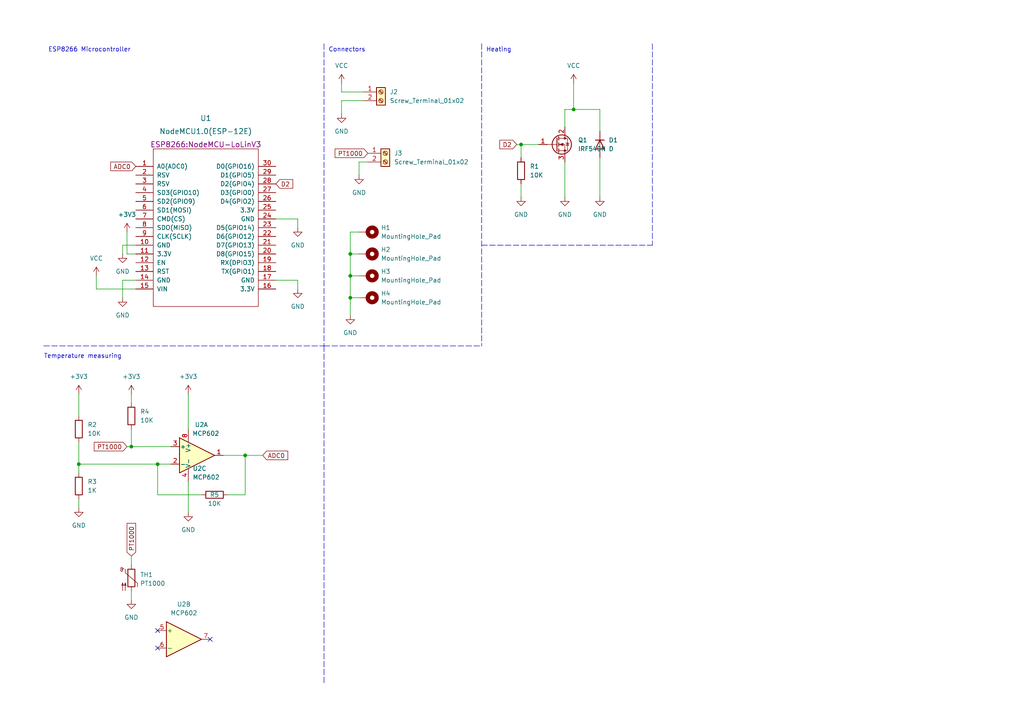
<source format=kicad_sch>
(kicad_sch (version 20211123) (generator eeschema)
  (paper "A4")
  (lib_symbols
    (symbol "Amplifier_Operational:MCP602" (pin_names (offset 0.127))
      (property "Reference" "U" (at 0 5.08 0))
      (property "Value" "MCP602" (at 0 -5.08 0))
      (symbol "MCP602_1_1"
        (polyline (pts (xy -5.08 5.08) (xy 5.08 0) (xy -5.08 -5.08) (xy -5.08 5.08)) (stroke (width 0.254)) (fill (type background)))
        (pin output line (at 7.62 0 180) (length 2.54) (name "~") (number "1"))
        (pin input line (at -7.62 -2.54 0) (length 2.54) (name "-") (number "2"))
        (pin input line (at -7.62 2.54 0) (length 2.54) (name "+") (number "3"))
      )
      (symbol "MCP602_2_1"
        (polyline (pts (xy -5.08 5.08) (xy 5.08 0) (xy -5.08 -5.08) (xy -5.08 5.08)) (stroke (width 0.254)) (fill (type background)))
        (pin input line (at -7.62 2.54 0) (length 2.54) (name "+") (number "5"))
        (pin input line (at -7.62 -2.54 0) (length 2.54) (name "-") (number "6"))
        (pin output line (at 7.62 0 180) (length 2.54) (name "~") (number "7"))
      )
      (symbol "MCP602_3_1"
        (pin power_in line (at -2.54 -7.62 90) (length 3.81) (name "V-") (number "4"))
        (pin power_in line (at -2.54 7.62 270) (length 3.81) (name "V+") (number "8"))
      )
    )
    (symbol "Connector:Screw_Terminal_01x02" (pin_names (offset 1.016) hide)
      (property "Reference" "J" (at 0 2.54 0))
      (property "Value" "Screw_Terminal_01x02" (at 0 -5.08 0))
      (symbol "Screw_Terminal_01x02_1_1"
        (rectangle (start -1.27 1.27) (end 1.27 -3.81) (stroke (width 0.254)) (fill (type background)))
        (circle (center 0 -2.54) (radius 0.635) (stroke (width 0.1524)))
        (polyline (pts (xy -0.5334 -2.2098) (xy 0.3302 -3.048)) (stroke (width 0.1524)))
        (polyline (pts (xy -0.5334 0.3302) (xy 0.3302 -0.508)) (stroke (width 0.1524)))
        (polyline (pts (xy -0.3556 -2.032) (xy 0.508 -2.8702)) (stroke (width 0.1524)))
        (polyline (pts (xy -0.3556 0.508) (xy 0.508 -0.3302)) (stroke (width 0.1524)))
        (circle (center 0 0) (radius 0.635) (stroke (width 0.1524)))
        (pin passive line (at -5.08 0 0) (length 3.81) (name "Pin_1") (number "1"))
        (pin passive line (at -5.08 -2.54 0) (length 3.81) (name "Pin_2") (number "2"))
      )
    )
    (symbol "Device:D" (pin_numbers hide) (pin_names (offset 1.016) hide)
      (property "Reference" "D" (at 0 2.54 0))
      (property "Value" "D" (at 0 -2.54 0))
      (symbol "D_0_1"
        (polyline (pts (xy -1.27 1.27) (xy -1.27 -1.27)) (stroke (width 0.254)))
        (polyline (pts (xy 1.27 0) (xy -1.27 0)))
        (polyline (pts (xy 1.27 1.27) (xy 1.27 -1.27) (xy -1.27 0) (xy 1.27 1.27)) (stroke (width 0.254)))
      )
      (symbol "D_1_1"
        (pin passive line (at -3.81 0 0) (length 2.54) (name "K") (number "1"))
        (pin passive line (at 3.81 0 180) (length 2.54) (name "A") (number "2"))
      )
    )
    (symbol "Device:R" (pin_numbers hide) (pin_names (offset 0))
      (property "Reference" "R" (at 2.032 0 90))
      (property "Value" "R" (at 0 0 90))
      (symbol "R_0_1"
        (rectangle (start -1.016 -2.54) (end 1.016 2.54) (stroke (width 0.254)))
      )
      (symbol "R_1_1"
        (pin passive line (at 0 3.81 270) (length 1.27) (name "~") (number "1"))
        (pin passive line (at 0 -3.81 90) (length 1.27) (name "~") (number "2"))
      )
    )
    (symbol "ESP8266:NodeMCU1.0(ESP-12E)" (pin_names (offset 1.016))
      (property "Reference" "U" (at 0 21.59 0))
      (property "Value" "NodeMCU1.0(ESP-12E)" (at 0 -21.59 0))
      (symbol "NodeMCU1.0(ESP-12E)_0_1"
        (rectangle (start -15.24 -22.86) (end 15.24 22.86))
      )
      (symbol "NodeMCU1.0(ESP-12E)_1_1"
        (pin input line (at -20.32 17.78 0) (length 5.08) (name "A0(ADC0)") (number "1"))
        (pin input line (at -20.32 -5.08 0) (length 5.08) (name "GND") (number "10"))
        (pin input line (at -20.32 -7.62 0) (length 5.08) (name "3.3V") (number "11"))
        (pin input line (at -20.32 -10.16 0) (length 5.08) (name "EN") (number "12"))
        (pin input line (at -20.32 -12.7 0) (length 5.08) (name "RST") (number "13"))
        (pin input line (at -20.32 -15.24 0) (length 5.08) (name "GND") (number "14"))
        (pin input line (at -20.32 -17.78 0) (length 5.08) (name "VIN") (number "15"))
        (pin input line (at 20.32 -17.78 180) (length 5.08) (name "3.3V") (number "16"))
        (pin input line (at 20.32 -15.24 180) (length 5.08) (name "GND") (number "17"))
        (pin input line (at 20.32 -12.7 180) (length 5.08) (name "TX(GPIO1)") (number "18"))
        (pin input line (at 20.32 -10.16 180) (length 5.08) (name "RX(DPIO3)") (number "19"))
        (pin input line (at -20.32 15.24 0) (length 5.08) (name "RSV") (number "2"))
        (pin input line (at 20.32 -7.62 180) (length 5.08) (name "D8(GPIO15)") (number "20"))
        (pin input line (at 20.32 -5.08 180) (length 5.08) (name "D7(GPIO13)") (number "21"))
        (pin input line (at 20.32 -2.54 180) (length 5.08) (name "D6(GPIO12)") (number "22"))
        (pin input line (at 20.32 0 180) (length 5.08) (name "D5(GPIO14)") (number "23"))
        (pin input line (at 20.32 2.54 180) (length 5.08) (name "GND") (number "24"))
        (pin input line (at 20.32 5.08 180) (length 5.08) (name "3.3V") (number "25"))
        (pin input line (at 20.32 7.62 180) (length 5.08) (name "D4(GPIO2)") (number "26"))
        (pin input line (at 20.32 10.16 180) (length 5.08) (name "D3(GPIO0)") (number "27"))
        (pin input line (at 20.32 12.7 180) (length 5.08) (name "D2(GPIO4)") (number "28"))
        (pin input line (at 20.32 15.24 180) (length 5.08) (name "D1(GPIO5)") (number "29"))
        (pin input line (at -20.32 12.7 0) (length 5.08) (name "RSV") (number "3"))
        (pin input line (at 20.32 17.78 180) (length 5.08) (name "D0(GPIO16)") (number "30"))
        (pin input line (at -20.32 10.16 0) (length 5.08) (name "SD3(GPIO10)") (number "4"))
        (pin input line (at -20.32 7.62 0) (length 5.08) (name "SD2(GPIO9)") (number "5"))
        (pin input line (at -20.32 5.08 0) (length 5.08) (name "SD1(MOSI)") (number "6"))
        (pin input line (at -20.32 2.54 0) (length 5.08) (name "CMD(CS)") (number "7"))
        (pin input line (at -20.32 0 0) (length 5.08) (name "SDO(MISO)") (number "8"))
        (pin input line (at -20.32 -2.54 0) (length 5.08) (name "CLK(SCLK)") (number "9"))
      )
    )
    (symbol "Mechanical:MountingHole_Pad" (pin_numbers hide) (pin_names (offset 1.016) hide)
      (property "Reference" "H" (at 0 6.35 0))
      (property "Value" "MountingHole_Pad" (at 0 4.445 0))
      (symbol "MountingHole_Pad_0_1"
        (circle (center 0 1.27) (radius 1.27) (stroke (width 1.27)))
      )
      (symbol "MountingHole_Pad_1_1"
        (pin input line (at 0 -2.54 90) (length 2.54) (name "1") (number "1"))
      )
    )
    (symbol "Sensor_Temperature:PT1000" (pin_numbers hide) (pin_names (offset 0))
      (property "Reference" "TH" (at -4.445 0 90))
      (property "Value" "PT1000" (at 3.175 0 90))
      (symbol "PT1000_0_1"
        (arc (start -3.048 2.159) (mid -3.0495 2.3143) (end -3.175 2.413))
        (arc (start -3.048 2.159) (mid -2.9736 1.9794) (end -2.794 1.905))
        (arc (start -3.048 2.794) (mid -2.9736 2.6144) (end -2.794 2.54))
        (arc (start -2.794 1.905) (mid -2.6144 1.9794) (end -2.54 2.159))
        (arc (start -2.794 2.54) (mid -2.4393 2.5587) (end -2.159 2.794))
        (arc (start -2.794 3.048) (mid -2.9736 2.9736) (end -3.048 2.794))
        (arc (start -2.54 2.794) (mid -2.6144 2.9736) (end -2.794 3.048))
        (rectangle (start -1.016 2.54) (end 1.016 -2.54) (stroke (width 0.254)))
        (polyline (pts (xy -2.54 2.159) (xy -2.54 2.794)))
        (polyline (pts (xy -1.778 2.54) (xy -1.778 1.524) (xy 1.778 -1.524) (xy 1.778 -2.54)))
        (polyline (pts (xy -2.54 -3.683) (xy -2.54 -1.397) (xy -2.794 -2.159) (xy -2.286 -2.159) (xy -2.54 -1.397) (xy -2.54 -1.651)) (fill (type outline)))
        (polyline (pts (xy -1.778 -3.683) (xy -1.778 -1.397) (xy -2.032 -2.159) (xy -1.524 -2.159) (xy -1.778 -1.397) (xy -1.778 -1.651)) (fill (type outline)))
      )
      (symbol "PT1000_1_1"
        (pin passive line (at 0 3.81 270) (length 1.27) (name "~") (number "1"))
        (pin passive line (at 0 -3.81 90) (length 1.27) (name "~") (number "2"))
      )
    )
    (symbol "Transistor_FET:IRF540N" (pin_names hide)
      (property "Reference" "Q" (at 6.35 1.905 0))
      (property "Value" "IRF540N" (at 6.35 0 0))
      (symbol "IRF540N_0_1"
        (polyline (pts (xy 0.254 0) (xy -2.54 0)))
        (polyline (pts (xy 0.254 1.905) (xy 0.254 -1.905)) (stroke (width 0.254)))
        (polyline (pts (xy 0.762 -1.27) (xy 0.762 -2.286)) (stroke (width 0.254)))
        (polyline (pts (xy 0.762 0.508) (xy 0.762 -0.508)) (stroke (width 0.254)))
        (polyline (pts (xy 0.762 2.286) (xy 0.762 1.27)) (stroke (width 0.254)))
        (polyline (pts (xy 2.54 2.54) (xy 2.54 1.778)))
        (polyline (pts (xy 2.54 -2.54) (xy 2.54 0) (xy 0.762 0)))
        (polyline (pts (xy 0.762 -1.778) (xy 3.302 -1.778) (xy 3.302 1.778) (xy 0.762 1.778)))
        (polyline (pts (xy 1.016 0) (xy 2.032 0.381) (xy 2.032 -0.381) (xy 1.016 0)) (fill (type outline)))
        (polyline (pts (xy 2.794 0.508) (xy 2.921 0.381) (xy 3.683 0.381) (xy 3.81 0.254)))
        (polyline (pts (xy 3.302 0.381) (xy 2.921 -0.254) (xy 3.683 -0.254) (xy 3.302 0.381)))
        (circle (center 1.651 0) (radius 2.794) (stroke (width 0.254)))
        (circle (center 2.54 -1.778) (radius 0.254) (fill (type outline)))
        (circle (center 2.54 1.778) (radius 0.254) (fill (type outline)))
      )
      (symbol "IRF540N_1_1"
        (pin input line (at -5.08 0 0) (length 2.54) (name "G") (number "1"))
        (pin passive line (at 2.54 5.08 270) (length 2.54) (name "D") (number "2"))
        (pin passive line (at 2.54 -5.08 90) (length 2.54) (name "S") (number "3"))
      )
    )
    (symbol "power:+3V3" (power) (pin_names (offset 0))
      (property "Value" "+3V3" (at 0 3.556 0))
      (symbol "+3V3_0_1"
        (polyline (pts (xy -0.762 1.27) (xy 0 2.54)))
        (polyline (pts (xy 0 0) (xy 0 2.54)))
        (polyline (pts (xy 0 2.54) (xy 0.762 1.27)))
      )
      (symbol "+3V3_1_1"
        (pin power_in line (at 0 0 90) (length 0) hide (name "+3V3") (number "1"))
      )
    )
    (symbol "power:GND" (power) (pin_names (offset 0))
      (property "Value" "GND" (at 0 -3.81 0))
      (symbol "GND_0_1"
        (polyline (pts (xy 0 0) (xy 0 -1.27) (xy 1.27 -1.27) (xy 0 -2.54) (xy -1.27 -1.27) (xy 0 -1.27)))
      )
      (symbol "GND_1_1"
        (pin power_in line (at 0 0 270) (length 0) hide (name "GND") (number "1"))
      )
    )
    (symbol "power:VCC" (power) (pin_names (offset 0))
      (property "Value" "VCC" (at 0 3.81 0))
      (symbol "VCC_0_1"
        (polyline (pts (xy -0.762 1.27) (xy 0 2.54)))
        (polyline (pts (xy 0 0) (xy 0 2.54)))
        (polyline (pts (xy 0 2.54) (xy 0.762 1.27)))
      )
      (symbol "VCC_1_1"
        (pin power_in line (at 0 0 90) (length 0) hide (name "VCC") (number "1"))
      )
    )
  )
  (junction (at 38.1 129.54))
  (junction (at 22.86 134.62))
  (junction (at 101.6 80.01))
  (junction (at 166.37 31.75))
  (junction (at 45.72 134.62))
  (junction (at 151.13 41.91))
  (junction (at 101.6 86.36))
  (junction (at 101.6 73.66))
  (junction (at 71.12 132.08))
  (no_connect (at 45.72 182.88))
  (no_connect (at 45.72 187.96))
  (no_connect (at 60.96 185.42))
  (wire (pts (xy 151.13 53.34) (xy 151.13 57.15)))
  (wire (pts (xy 149.86 41.91) (xy 151.13 41.91)))
  (wire (pts (xy 38.1 124.46) (xy 38.1 129.54)))
  (wire (pts (xy 166.37 31.75) (xy 173.99 31.75)))
  (wire (pts (xy 22.86 134.62) (xy 45.72 134.62)))
  (wire (pts (xy 101.6 86.36) (xy 101.6 80.01)))
  (wire (pts (xy 99.06 29.21) (xy 99.06 33.02)))
  (wire (pts (xy 27.94 80.01) (xy 27.94 83.82)))
  (wire (pts (xy 101.6 86.36) (xy 104.14 86.36)))
  (wire (pts (xy 45.72 134.62) (xy 49.53 134.62)))
  (wire (pts (xy 101.6 73.66) (xy 104.14 73.66)))
  (wire (pts (xy 104.14 46.99) (xy 106.68 46.99)))
  (wire (pts (xy 38.1 161.29) (xy 38.1 163.83)))
  (wire (pts (xy 151.13 41.91) (xy 156.21 41.91)))
  (wire (pts (xy 101.6 67.31) (xy 104.14 67.31)))
  (wire (pts (xy 38.1 171.45) (xy 38.1 173.99)))
  (wire (pts (xy 166.37 24.13) (xy 166.37 31.75)))
  (polyline (pts (xy 12.7 100.33) (xy 93.98 100.33)))
  (wire (pts (xy 163.83 31.75) (xy 166.37 31.75)))
  (wire (pts (xy 86.36 66.04) (xy 86.36 63.5)))
  (wire (pts (xy 35.56 71.12) (xy 39.37 71.12)))
  (wire (pts (xy 151.13 41.91) (xy 151.13 45.72)))
  (wire (pts (xy 101.6 80.01) (xy 101.6 73.66)))
  (wire (pts (xy 22.86 134.62) (xy 22.86 137.16)))
  (polyline (pts (xy 139.7 12.7) (xy 139.7 100.33)))
  (polyline (pts (xy 93.98 100.33) (xy 93.98 198.12)))
  (wire (pts (xy 71.12 132.08) (xy 71.12 143.51)))
  (wire (pts (xy 35.56 86.36) (xy 35.56 81.28)))
  (wire (pts (xy 173.99 45.72) (xy 173.99 57.15)))
  (wire (pts (xy 71.12 132.08) (xy 76.2 132.08)))
  (wire (pts (xy 38.1 114.3) (xy 38.1 116.84)))
  (wire (pts (xy 99.06 24.13) (xy 99.06 26.67)))
  (wire (pts (xy 104.14 50.8) (xy 104.14 46.99)))
  (polyline (pts (xy 93.98 100.33) (xy 139.7 100.33)))
  (wire (pts (xy 105.41 29.21) (xy 99.06 29.21)))
  (polyline (pts (xy 189.23 12.7) (xy 189.23 71.12)))
  (wire (pts (xy 99.06 26.67) (xy 105.41 26.67)))
  (wire (pts (xy 36.83 129.54) (xy 38.1 129.54)))
  (wire (pts (xy 101.6 73.66) (xy 101.6 67.31)))
  (wire (pts (xy 36.83 73.66) (xy 39.37 73.66)))
  (wire (pts (xy 58.42 143.51) (xy 45.72 143.51)))
  (wire (pts (xy 173.99 31.75) (xy 173.99 38.1)))
  (wire (pts (xy 45.72 143.51) (xy 45.72 134.62)))
  (wire (pts (xy 35.56 73.66) (xy 35.56 71.12)))
  (wire (pts (xy 38.1 129.54) (xy 49.53 129.54)))
  (polyline (pts (xy 93.98 12.7) (xy 93.98 100.33)))
  (wire (pts (xy 22.86 144.78) (xy 22.86 147.32)))
  (wire (pts (xy 36.83 67.31) (xy 36.83 73.66)))
  (wire (pts (xy 22.86 114.3) (xy 22.86 120.65)))
  (wire (pts (xy 163.83 36.83) (xy 163.83 31.75)))
  (wire (pts (xy 54.61 114.3) (xy 54.61 124.46)))
  (wire (pts (xy 86.36 63.5) (xy 80.01 63.5)))
  (wire (pts (xy 27.94 83.82) (xy 39.37 83.82)))
  (wire (pts (xy 54.61 139.7) (xy 54.61 148.59)))
  (wire (pts (xy 64.77 132.08) (xy 71.12 132.08)))
  (wire (pts (xy 22.86 128.27) (xy 22.86 134.62)))
  (wire (pts (xy 35.56 81.28) (xy 39.37 81.28)))
  (wire (pts (xy 101.6 80.01) (xy 104.14 80.01)))
  (polyline (pts (xy 139.7 71.12) (xy 189.23 71.12)))
  (wire (pts (xy 163.83 46.99) (xy 163.83 57.15)))
  (wire (pts (xy 101.6 91.44) (xy 101.6 86.36)))
  (wire (pts (xy 71.12 143.51) (xy 66.04 143.51)))
  (wire (pts (xy 86.36 83.82) (xy 86.36 81.28)))
  (wire (pts (xy 86.36 81.28) (xy 80.01 81.28)))
  (text "Connectors" (at 95.25 15.24 0) (effects (font (size 1.27 1.27)) (justify left bottom)))
  (text "Heating" (at 140.97 15.24 0) (effects (font (size 1.27 1.27)) (justify left bottom)))
  (text "Temperature measuring" (at 12.7 104.14 0) (effects (font (size 1.27 1.27)) (justify left bottom)))
  (text "ESP8266 Microcontroller" (at 13.97 15.24 0) (effects (font (size 1.27 1.27)) (justify left bottom)))
  (global_label "ADC0" (shape input) (at 76.2 132.08 0) (property "Intersheet References" "${INTERSHEET_REFS}" (effects hide)))
  (global_label "D2" (shape input) (at 149.86 41.91 180) (property "Intersheet References" "${INTERSHEET_REFS}" (effects hide)))
  (global_label "ADC0" (shape input) (at 39.37 48.26 180) (property "Intersheet References" "${INTERSHEET_REFS}" (effects hide)))
  (global_label "PT1000" (shape input) (at 106.68 44.45 180) (property "Intersheet References" "${INTERSHEET_REFS}" (effects hide)))
  (global_label "PT1000" (shape input) (at 36.83 129.54 180) (property "Intersheet References" "${INTERSHEET_REFS}" (effects hide)))
  (global_label "D2" (shape input) (at 80.01 53.34 0) (property "Intersheet References" "${INTERSHEET_REFS}" (effects hide)))
  (global_label "PT1000" (shape input) (at 38.1 161.29 90) (property "Intersheet References" "${INTERSHEET_REFS}" (effects hide)))
  (symbol (lib_id "power:VCC") (at 99.06 24.13 0) (unit 1)
    (property "Reference" "#PWR0105" (effects hide))
    (property "Value" "VCC" (at 99.06 19.05 0))
  )
  (symbol (lib_id "Device:R") (at 22.86 140.97 0) (unit 1)
    (property "Reference" "R3" (at 25.4 139.6999 0) (effects (justify left)))
    (property "Value" "1K" (at 25.4 142.2399 0) (effects (justify left)))
    (property "Footprint" "Resistor_THT:R_Axial_DIN0207_L6.3mm_D2.5mm_P7.62mm_Horizontal" (effects hide))
  )
  (symbol (lib_id "Connector:Screw_Terminal_01x02") (at 111.76 44.45 0) (unit 1)
    (property "Reference" "J3" (at 114.3 44.4499 0) (effects (justify left)))
    (property "Value" "Screw_Terminal_01x02" (at 114.3 46.9899 0) (effects (justify left)))
    (property "Footprint" "TerminalBlock_Phoenix:TerminalBlock_Phoenix_MKDS-1,5-2-5.08_1x02_P5.08mm_Horizontal" (effects hide))
  )
  (symbol (lib_id "Device:R") (at 22.86 124.46 0) (unit 1)
    (property "Reference" "R2" (at 25.4 123.1899 0) (effects (justify left)))
    (property "Value" "10K" (at 25.4 125.7299 0) (effects (justify left)))
    (property "Footprint" "Resistor_THT:R_Axial_DIN0207_L6.3mm_D2.5mm_P7.62mm_Horizontal" (effects hide))
  )
  (symbol (lib_id "power:+3V3") (at 38.1 114.3 0) (unit 1)
    (property "Reference" "#PWR0114" (effects hide))
    (property "Value" "+3V3" (at 38.1 109.22 0))
  )
  (symbol (lib_id "power:GND") (at 35.56 86.36 0) (unit 1)
    (property "Reference" "#PWR0106" (effects hide))
    (property "Value" "GND" (at 35.56 91.44 0))
  )
  (symbol (lib_id "power:+3V3") (at 36.83 67.31 0) (unit 1)
    (property "Reference" "#PWR0111" (effects hide))
    (property "Value" "+3V3" (at 36.83 62.23 0))
  )
  (symbol (lib_id "power:GND") (at 54.61 148.59 0) (unit 1)
    (property "Reference" "#PWR0116" (effects hide))
    (property "Value" "GND" (at 54.61 153.67 0))
  )
  (symbol (lib_id "Sensor_Temperature:PT1000") (at 38.1 167.64 0) (unit 1)
    (property "Reference" "TH1" (at 40.64 166.6874 0) (effects (justify left)))
    (property "Value" "PT1000" (at 40.64 169.2274 0) (effects (justify left)))
    (property "Footprint" "Package_TO_SOT_THT:TO-92-2_Horizontal1" (effects hide))
    (property "Datasheet" "https://www.heraeus.com/media/media/group/doc_group/products_1/hst/sot_to/de_15/to_92_d.pdf" (effects hide))
  )
  (symbol (lib_id "Mechanical:MountingHole_Pad") (at 106.68 80.01 270) (unit 1)
    (property "Reference" "H3" (at 110.49 78.7399 90) (effects (justify left)))
    (property "Value" "MountingHole_Pad" (at 110.49 81.2799 90) (effects (justify left)))
    (property "Footprint" "MountingHole:MountingHole_3.2mm_M3_Pad_Via" (effects hide))
  )
  (symbol (lib_id "Mechanical:MountingHole_Pad") (at 106.68 67.31 270) (unit 1)
    (property "Reference" "H1" (at 110.49 66.0399 90) (effects (justify left)))
    (property "Value" "MountingHole_Pad" (at 110.49 68.5799 90) (effects (justify left)))
    (property "Footprint" "MountingHole:MountingHole_3.2mm_M3_Pad_Via" (effects hide))
  )
  (symbol (lib_id "power:GND") (at 22.86 147.32 0) (unit 1)
    (property "Reference" "#PWR0112" (effects hide))
    (property "Value" "GND" (at 22.86 152.4 0))
  )
  (symbol (lib_id "Device:R") (at 62.23 143.51 90) (unit 1)
    (property "Reference" "R5" (at 62.23 143.51 90))
    (property "Value" "10K" (at 62.23 146.05 90))
    (property "Footprint" "Resistor_THT:R_Axial_DIN0207_L6.3mm_D2.5mm_P7.62mm_Horizontal" (effects hide))
  )
  (symbol (lib_id "Device:R") (at 38.1 120.65 0) (unit 1)
    (property "Reference" "R4" (at 40.64 119.3799 0) (effects (justify left)))
    (property "Value" "10K" (at 40.64 121.9199 0) (effects (justify left)))
    (property "Footprint" "Resistor_THT:R_Axial_DIN0207_L6.3mm_D2.5mm_P7.62mm_Horizontal" (effects hide))
  )
  (symbol (lib_id "Connector:Screw_Terminal_01x02") (at 110.49 26.67 0) (unit 1)
    (property "Reference" "J2" (at 113.03 26.6699 0) (effects (justify left)))
    (property "Value" "Screw_Terminal_01x02" (at 113.03 29.2099 0) (effects (justify left)))
    (property "Footprint" "TerminalBlock_Phoenix:TerminalBlock_Phoenix_MKDS-1,5-2-5.08_1x02_P5.08mm_Horizontal" (effects hide))
  )
  (symbol (lib_id "power:GND") (at 35.56 73.66 0) (unit 1)
    (property "Reference" "#PWR0107" (effects hide))
    (property "Value" "GND" (at 35.56 78.74 0))
  )
  (symbol (lib_id "power:VCC") (at 166.37 24.13 0) (unit 1)
    (property "Reference" "#PWR0104" (effects hide))
    (property "Value" "VCC" (at 166.37 19.05 0))
  )
  (symbol (lib_id "power:GND") (at 86.36 83.82 0) (unit 1)
    (property "Reference" "#PWR0108" (effects hide))
    (property "Value" "GND" (at 86.36 88.9 0))
  )
  (symbol (lib_id "ESP8266:NodeMCU1.0(ESP-12E)") (at 59.69 66.04 0) (unit 1)
    (property "Reference" "U1" (at 59.69 34.29 0) (effects (font (size 1.524 1.524))))
    (property "Value" "NodeMCU1.0(ESP-12E)" (at 59.69 38.1 0) (effects (font (size 1.524 1.524))))
    (property "Footprint" "ESP8266:NodeMCU-LoLinV3" (at 59.69 41.91 0) (effects (font (size 1.524 1.524))))
  )
  (symbol (lib_id "power:+3V3") (at 54.61 114.3 0) (unit 1)
    (property "Reference" "#PWR0115" (effects hide))
    (property "Value" "+3V3" (at 54.61 109.22 0))
  )
  (symbol (lib_id "power:GND") (at 173.99 57.15 0) (unit 1)
    (property "Reference" "#PWR0103" (effects hide))
    (property "Value" "GND" (at 173.99 62.23 0))
  )
  (symbol (lib_id "Mechanical:MountingHole_Pad") (at 106.68 86.36 270) (unit 1)
    (property "Reference" "H4" (at 110.49 85.0899 90) (effects (justify left)))
    (property "Value" "MountingHole_Pad" (at 110.49 87.6299 90) (effects (justify left)))
    (property "Footprint" "MountingHole:MountingHole_3.2mm_M3_Pad_Via" (effects hide))
  )
  (symbol (lib_id "power:GND") (at 101.6 91.44 0) (unit 1)
    (property "Reference" "#PWR0119" (effects hide))
    (property "Value" "GND" (at 101.6 96.52 0))
  )
  (symbol (lib_id "power:VCC") (at 27.94 80.01 0) (unit 1)
    (property "Reference" "#PWR0118" (effects hide))
    (property "Value" "VCC" (at 27.94 74.93 0))
  )
  (symbol (lib_id "Device:D") (at 173.99 41.91 270) (unit 1)
    (property "Reference" "D1" (at 176.53 40.6399 90) (effects (justify left)))
    (property "Value" "D" (at 176.53 43.1799 90) (effects (justify left)))
    (property "Footprint" "Diode_THT:D_DO-35_SOD27_P7.62mm_Horizontal" (effects hide))
  )
  (symbol (lib_id "power:+3V3") (at 22.86 114.3 0) (unit 1)
    (property "Reference" "#PWR0110" (effects hide))
    (property "Value" "+3V3" (at 22.86 109.22 0))
  )
  (symbol (lib_id "power:GND") (at 38.1 173.99 0) (unit 1)
    (property "Reference" "#PWR0113" (effects hide))
    (property "Value" "GND" (at 38.1 179.07 0))
  )
  (symbol (lib_id "Transistor_FET:IRF540N") (at 161.29 41.91 0) (unit 1)
    (property "Reference" "Q1" (at 167.64 40.6399 0) (effects (justify left)))
    (property "Value" "IRF540N" (at 167.64 43.1799 0) (effects (justify left)))
    (property "Footprint" "Package_TO_SOT_THT:TO-220-3_Vertical" (effects hide))
    (property "Datasheet" "http://www.irf.com/product-info/datasheets/data/irf540n.pdf" (effects hide))
  )
  (symbol (lib_id "Device:R") (at 151.13 49.53 0) (unit 1)
    (property "Reference" "R1" (at 153.67 48.2599 0) (effects (justify left)))
    (property "Value" "10K" (at 153.67 50.7999 0) (effects (justify left)))
    (property "Footprint" "Resistor_THT:R_Axial_DIN0207_L6.3mm_D2.5mm_P7.62mm_Horizontal" (effects hide))
  )
  (symbol (lib_id "Amplifier_Operational:MCP602") (at 57.15 132.08 0) (unit 1)
    (property "Reference" "U2" (at 58.42 123.19 0))
    (property "Value" "MCP602" (at 59.69 125.73 0))
    (property "Footprint" "Package_DIP:DIP-8_W7.62mm_LongPads" (effects hide))
    (property "Datasheet" "http://ww1.microchip.com/downloads/en/DeviceDoc/21314g.pdf" (effects hide))
  )
  (symbol (lib_id "Amplifier_Operational:MCP602") (at 57.15 132.08 0) (unit 3)
    (property "Reference" "U2" (at 55.88 135.89 0) (effects (justify left)))
    (property "Value" "MCP602" (at 55.88 138.43 0) (effects (justify left)))
    (property "Footprint" "Package_DIP:DIP-8_W7.62mm_LongPads" (effects hide))
    (property "Datasheet" "http://ww1.microchip.com/downloads/en/DeviceDoc/21314g.pdf" (effects hide))
  )
  (symbol (lib_id "power:GND") (at 86.36 66.04 0) (unit 1)
    (property "Reference" "#PWR0109" (effects hide))
    (property "Value" "GND" (at 86.36 71.12 0))
  )
  (symbol (lib_id "Mechanical:MountingHole_Pad") (at 106.68 73.66 270) (unit 1)
    (property "Reference" "H2" (at 110.49 72.3899 90) (effects (justify left)))
    (property "Value" "MountingHole_Pad" (at 110.49 74.9299 90) (effects (justify left)))
    (property "Footprint" "MountingHole:MountingHole_3.2mm_M3_Pad_Via" (effects hide))
  )
  (symbol (lib_id "power:GND") (at 99.06 33.02 0) (unit 1)
    (property "Reference" "#PWR0117" (effects hide))
    (property "Value" "GND" (at 99.06 38.1 0))
  )
  (symbol (lib_id "Amplifier_Operational:MCP602") (at 53.34 185.42 0) (unit 2)
    (property "Reference" "U2" (at 53.34 175.26 0))
    (property "Value" "MCP602" (at 53.34 177.8 0))
    (property "Footprint" "Package_DIP:DIP-8_W7.62mm_LongPads" (effects hide))
    (property "Datasheet" "http://ww1.microchip.com/downloads/en/DeviceDoc/21314g.pdf" (effects hide))
  )
  (symbol (lib_id "power:GND") (at 151.13 57.15 0) (unit 1)
    (property "Reference" "#PWR0101" (effects hide))
    (property "Value" "GND" (at 151.13 62.23 0))
  )
  (symbol (lib_id "power:GND") (at 104.14 50.8 0) (unit 1)
    (property "Reference" "#PWR0120" (effects hide))
    (property "Value" "GND" (at 104.14 55.88 0))
  )
  (symbol (lib_id "power:GND") (at 163.83 57.15 0) (unit 1)
    (property "Reference" "#PWR0102" (effects hide))
    (property "Value" "GND" (at 163.83 62.23 0))
  )
)
</source>
